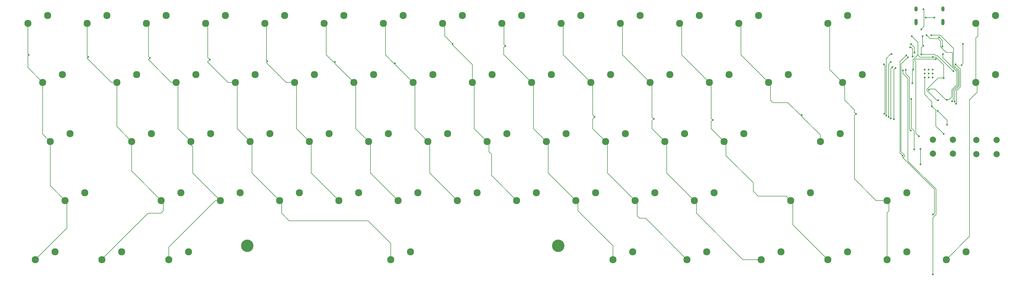
<source format=gbr>
%TF.GenerationSoftware,KiCad,Pcbnew,8.0.2*%
%TF.CreationDate,2024-06-20T11:33:05-07:00*%
%TF.ProjectId,keyboard_pcb,6b657962-6f61-4726-945f-7063622e6b69,1.0*%
%TF.SameCoordinates,Original*%
%TF.FileFunction,Copper,L1,Top*%
%TF.FilePolarity,Positive*%
%FSLAX46Y46*%
G04 Gerber Fmt 4.6, Leading zero omitted, Abs format (unit mm)*
G04 Created by KiCad (PCBNEW 8.0.2) date 2024-06-20 11:33:05*
%MOMM*%
%LPD*%
G01*
G04 APERTURE LIST*
%TA.AperFunction,ComponentPad*%
%ADD10C,2.300000*%
%TD*%
%TA.AperFunction,ComponentPad*%
%ADD11C,4.000000*%
%TD*%
%TA.AperFunction,ComponentPad*%
%ADD12C,2.000000*%
%TD*%
%TA.AperFunction,ComponentPad*%
%ADD13C,0.600000*%
%TD*%
%TA.AperFunction,ComponentPad*%
%ADD14O,1.000000X1.600000*%
%TD*%
%TA.AperFunction,ComponentPad*%
%ADD15O,1.000000X2.100000*%
%TD*%
%TA.AperFunction,ViaPad*%
%ADD16C,0.600000*%
%TD*%
%TA.AperFunction,Conductor*%
%ADD17C,0.200000*%
%TD*%
G04 APERTURE END LIST*
D10*
%TO.P,MX11,1,1*%
%TO.N,COL_11*%
X243893965Y-94357866D03*
%TO.P,MX11,2,2*%
%TO.N,Net-(D11-A)*%
X250243965Y-91817866D03*
%TD*%
%TO.P,MX18,1,1*%
%TO.N,COL_3*%
X101018965Y-113407866D03*
%TO.P,MX18,2,2*%
%TO.N,Net-(D18-A)*%
X107368965Y-110867866D03*
%TD*%
%TO.P,MX8,1,1*%
%TO.N,COL_8*%
X186743965Y-94357866D03*
%TO.P,MX8,2,2*%
%TO.N,Net-(D8-A)*%
X193093965Y-91817866D03*
%TD*%
%TO.P,MX65,1,1*%
%TO.N,COL_14*%
X329618965Y-170557866D03*
%TO.P,MX65,2,2*%
%TO.N,Net-(D65-A)*%
X335968965Y-168017866D03*
%TD*%
%TO.P,MX29,1,1*%
%TO.N,COL_14*%
X315331465Y-113407866D03*
%TO.P,MX29,2,2*%
%TO.N,Net-(D29-A)*%
X321681465Y-110867866D03*
%TD*%
%TO.P,MX14,1,1*%
%TO.N,COL_14*%
X310568965Y-94357866D03*
%TO.P,MX14,2,2*%
%TO.N,Net-(D14-A)*%
X316918965Y-91817866D03*
%TD*%
%TO.P,MX43,1,1*%
%TO.N,COL_13*%
X308187715Y-132457866D03*
%TO.P,MX43,2,2*%
%TO.N,Net-(D43-A)*%
X314537715Y-129917866D03*
%TD*%
%TO.P,MX48,1,1*%
%TO.N,COL_5*%
X153406465Y-151507866D03*
%TO.P,MX48,2,2*%
%TO.N,Net-(D48-A)*%
X159756465Y-148967866D03*
%TD*%
%TO.P,MX15,1,1*%
%TO.N,COL_15*%
X358193965Y-94357866D03*
%TO.P,MX15,2,2*%
%TO.N,Net-(D15-A)*%
X364543965Y-91817866D03*
%TD*%
%TO.P,MX49,1,1*%
%TO.N,COL_6*%
X172456465Y-151507866D03*
%TO.P,MX49,2,2*%
%TO.N,Net-(D49-A)*%
X178806465Y-148967866D03*
%TD*%
%TO.P,MX59,1,1*%
%TO.N,COL_3*%
X98637715Y-170557866D03*
%TO.P,MX59,2,2*%
%TO.N,Net-(D59-A)*%
X104987715Y-168017866D03*
%TD*%
%TO.P,MX3,1,1*%
%TO.N,COL_3*%
X91493965Y-94357866D03*
%TO.P,MX3,2,2*%
%TO.N,Net-(D3-A)*%
X97843965Y-91817866D03*
%TD*%
D11*
%TO.P,S5,*%
%TO.N,*%
X123878965Y-166112866D03*
X223891465Y-166112866D03*
%TD*%
D10*
%TO.P,MX55,1,1*%
%TO.N,COL_12*%
X298662715Y-151507866D03*
%TO.P,MX55,2,2*%
%TO.N,Net-(D55-A)*%
X305012715Y-148967866D03*
%TD*%
%TO.P,MX27,1,1*%
%TO.N,COL_12*%
X272468965Y-113407866D03*
%TO.P,MX27,2,2*%
%TO.N,Net-(D27-A)*%
X278818965Y-110867866D03*
%TD*%
%TO.P,MX50,1,1*%
%TO.N,COL_7*%
X191506465Y-151507866D03*
%TO.P,MX50,2,2*%
%TO.N,Net-(D50-A)*%
X197856465Y-148967866D03*
%TD*%
%TO.P,MX25,1,1*%
%TO.N,COL_10*%
X234368965Y-113407866D03*
%TO.P,MX25,2,2*%
%TO.N,Net-(D25-A)*%
X240718965Y-110867866D03*
%TD*%
%TO.P,MX7,1,1*%
%TO.N,COL_7*%
X167693965Y-94357866D03*
%TO.P,MX7,2,2*%
%TO.N,Net-(D7-A)*%
X174043965Y-91817866D03*
%TD*%
%TO.P,MX61,1,1*%
%TO.N,COL_9*%
X241512715Y-170557866D03*
%TO.P,MX61,2,2*%
%TO.N,Net-(D61-A)*%
X247862715Y-168017866D03*
%TD*%
%TO.P,MX36,1,1*%
%TO.N,COL_6*%
X162931465Y-132457866D03*
%TO.P,MX36,2,2*%
%TO.N,Net-(D36-A)*%
X169281465Y-129917866D03*
%TD*%
%TO.P,MX1,1,1*%
%TO.N,COL_1*%
X53393965Y-94357866D03*
%TO.P,MX1,2,2*%
%TO.N,Net-(D1-A)*%
X59743965Y-91817866D03*
%TD*%
%TO.P,MX35,1,1*%
%TO.N,COL_5*%
X143881465Y-132457866D03*
%TO.P,MX35,2,2*%
%TO.N,Net-(D35-A)*%
X150231465Y-129917866D03*
%TD*%
%TO.P,MX52,1,1*%
%TO.N,COL_9*%
X229606465Y-151507866D03*
%TO.P,MX52,2,2*%
%TO.N,Net-(D52-A)*%
X235956465Y-148967866D03*
%TD*%
%TO.P,MX20,1,1*%
%TO.N,COL_5*%
X139118965Y-113407866D03*
%TO.P,MX20,2,2*%
%TO.N,Net-(D20-A)*%
X145468965Y-110867866D03*
%TD*%
%TO.P,MX31,1,1*%
%TO.N,COL_1*%
X60537715Y-132457866D03*
%TO.P,MX31,2,2*%
%TO.N,Net-(D31-A)*%
X66887715Y-129917866D03*
%TD*%
%TO.P,MX4,1,1*%
%TO.N,COL_4*%
X110543965Y-94357866D03*
%TO.P,MX4,2,2*%
%TO.N,Net-(D4-A)*%
X116893965Y-91817866D03*
%TD*%
%TO.P,MX19,1,1*%
%TO.N,COL_4*%
X120068965Y-113407866D03*
%TO.P,MX19,2,2*%
%TO.N,Net-(D19-A)*%
X126418965Y-110867866D03*
%TD*%
%TO.P,MX34,1,1*%
%TO.N,COL_4*%
X124831465Y-132457866D03*
%TO.P,MX34,2,2*%
%TO.N,Net-(D34-A)*%
X131181465Y-129917866D03*
%TD*%
%TO.P,MX46,1,1*%
%TO.N,COL_3*%
X115306465Y-151507866D03*
%TO.P,MX46,2,2*%
%TO.N,Net-(D46-A)*%
X121656465Y-148967866D03*
%TD*%
%TO.P,MX53,1,1*%
%TO.N,COL_10*%
X248656465Y-151507866D03*
%TO.P,MX53,2,2*%
%TO.N,Net-(D53-A)*%
X255006465Y-148967866D03*
%TD*%
%TO.P,MX16,1,1*%
%TO.N,COL_1*%
X58156465Y-113407866D03*
%TO.P,MX16,2,2*%
%TO.N,Net-(D16-A)*%
X64506465Y-110867866D03*
%TD*%
%TO.P,MX38,1,1*%
%TO.N,COL_8*%
X201031465Y-132457866D03*
%TO.P,MX38,2,2*%
%TO.N,Net-(D38-A)*%
X207381465Y-129917866D03*
%TD*%
%TO.P,MX64,1,1*%
%TO.N,COL_12*%
X310568965Y-170557866D03*
%TO.P,MX64,2,2*%
%TO.N,Net-(D64-A)*%
X316918965Y-168017866D03*
%TD*%
%TO.P,MX41,1,1*%
%TO.N,COL_11*%
X258181465Y-132457866D03*
%TO.P,MX41,2,2*%
%TO.N,Net-(D41-A)*%
X264531465Y-129917866D03*
%TD*%
%TO.P,MX21,1,1*%
%TO.N,COL_6*%
X158168965Y-113407866D03*
%TO.P,MX21,2,2*%
%TO.N,Net-(D21-A)*%
X164518965Y-110867866D03*
%TD*%
%TO.P,MX56,1,1*%
%TO.N,COL_14*%
X329618965Y-151507866D03*
%TO.P,MX56,2,2*%
%TO.N,Net-(D56-A)*%
X335968965Y-148967866D03*
%TD*%
%TO.P,MX23,1,1*%
%TO.N,COL_8*%
X196268965Y-113407866D03*
%TO.P,MX23,2,2*%
%TO.N,Net-(D23-A)*%
X202618965Y-110867866D03*
%TD*%
%TO.P,MX51,1,1*%
%TO.N,COL_8*%
X210556465Y-151507866D03*
%TO.P,MX51,2,2*%
%TO.N,Net-(D51-A)*%
X216906465Y-148967866D03*
%TD*%
%TO.P,MX58,1,1*%
%TO.N,COL_2*%
X77206465Y-170557866D03*
%TO.P,MX58,2,2*%
%TO.N,Net-(D58-A)*%
X83556465Y-168017866D03*
%TD*%
%TO.P,MX40,1,1*%
%TO.N,COL_10*%
X239131465Y-132457866D03*
%TO.P,MX40,2,2*%
%TO.N,Net-(D40-A)*%
X245481465Y-129917866D03*
%TD*%
%TO.P,MX32,1,1*%
%TO.N,COL_2*%
X86731465Y-132457866D03*
%TO.P,MX32,2,2*%
%TO.N,Net-(D32-A)*%
X93081465Y-129917866D03*
%TD*%
%TO.P,MX5,1,1*%
%TO.N,COL_5*%
X129593965Y-94357866D03*
%TO.P,MX5,2,2*%
%TO.N,Net-(D5-A)*%
X135943965Y-91817866D03*
%TD*%
%TO.P,MX10,1,1*%
%TO.N,COL_10*%
X224843965Y-94357866D03*
%TO.P,MX10,2,2*%
%TO.N,Net-(D10-A)*%
X231193965Y-91817866D03*
%TD*%
%TO.P,MX66,1,1*%
%TO.N,COL_15*%
X348668965Y-170557866D03*
%TO.P,MX66,2,2*%
%TO.N,Net-(D66-A)*%
X355018965Y-168017866D03*
%TD*%
%TO.P,MX33,1,1*%
%TO.N,COL_3*%
X105781465Y-132457866D03*
%TO.P,MX33,2,2*%
%TO.N,Net-(D33-A)*%
X112131465Y-129917866D03*
%TD*%
%TO.P,MX44,1,1*%
%TO.N,COL_1*%
X65300215Y-151507866D03*
%TO.P,MX44,2,2*%
%TO.N,Net-(D44-A)*%
X71650215Y-148967866D03*
%TD*%
%TO.P,MX30,1,1*%
%TO.N,COL_15*%
X358193965Y-113407866D03*
%TO.P,MX30,2,2*%
%TO.N,Net-(D30-A)*%
X364543965Y-110867866D03*
%TD*%
%TO.P,MX12,1,1*%
%TO.N,COL_12*%
X262943965Y-94357866D03*
%TO.P,MX12,2,2*%
%TO.N,Net-(D12-A)*%
X269293965Y-91817866D03*
%TD*%
%TO.P,MX63,1,1*%
%TO.N,COL_11*%
X289137715Y-170557866D03*
%TO.P,MX63,2,2*%
%TO.N,Net-(D63-A)*%
X295487715Y-168017866D03*
%TD*%
%TO.P,MX6,1,1*%
%TO.N,COL_6*%
X148643965Y-94357866D03*
%TO.P,MX6,2,2*%
%TO.N,Net-(D6-A)*%
X154993965Y-91817866D03*
%TD*%
%TO.P,MX17,1,1*%
%TO.N,COL_2*%
X81968965Y-113407866D03*
%TO.P,MX17,2,2*%
%TO.N,Net-(D17-A)*%
X88318965Y-110867866D03*
%TD*%
%TO.P,MX54,1,1*%
%TO.N,COL_11*%
X267706465Y-151507866D03*
%TO.P,MX54,2,2*%
%TO.N,Net-(D54-A)*%
X274056465Y-148967866D03*
%TD*%
%TO.P,MX26,1,1*%
%TO.N,COL_11*%
X253418965Y-113407866D03*
%TO.P,MX26,2,2*%
%TO.N,Net-(D26-A)*%
X259768965Y-110867866D03*
%TD*%
%TO.P,MX22,1,1*%
%TO.N,COL_7*%
X177218965Y-113407866D03*
%TO.P,MX22,2,2*%
%TO.N,Net-(D22-A)*%
X183568965Y-110867866D03*
%TD*%
%TO.P,MX47,1,1*%
%TO.N,COL_4*%
X134356465Y-151507866D03*
%TO.P,MX47,2,2*%
%TO.N,Net-(D47-A)*%
X140706465Y-148967866D03*
%TD*%
%TO.P,MX13,1,1*%
%TO.N,COL_13*%
X281993965Y-94357866D03*
%TO.P,MX13,2,2*%
%TO.N,Net-(D13-A)*%
X288343965Y-91817866D03*
%TD*%
%TO.P,MX62,1,1*%
%TO.N,COL_10*%
X265325215Y-170557866D03*
%TO.P,MX62,2,2*%
%TO.N,Net-(D62-A)*%
X271675215Y-168017866D03*
%TD*%
%TO.P,MX60,1,1*%
%TO.N,COL_4*%
X170075215Y-170557866D03*
%TO.P,MX60,2,2*%
%TO.N,Net-(D60-A)*%
X176425215Y-168017866D03*
%TD*%
%TO.P,MX28,1,1*%
%TO.N,COL_13*%
X291518965Y-113407866D03*
%TO.P,MX28,2,2*%
%TO.N,Net-(D28-A)*%
X297868965Y-110867866D03*
%TD*%
%TO.P,MX45,1,1*%
%TO.N,COL_2*%
X96256465Y-151507866D03*
%TO.P,MX45,2,2*%
%TO.N,Net-(D45-A)*%
X102606465Y-148967866D03*
%TD*%
%TO.P,MX2,1,1*%
%TO.N,COL_2*%
X72443965Y-94357866D03*
%TO.P,MX2,2,2*%
%TO.N,Net-(D2-A)*%
X78793965Y-91817866D03*
%TD*%
%TO.P,MX24,1,1*%
%TO.N,COL_9*%
X215318965Y-113407866D03*
%TO.P,MX24,2,2*%
%TO.N,Net-(D24-A)*%
X221668965Y-110867866D03*
%TD*%
%TO.P,MX9,1,1*%
%TO.N,COL_9*%
X205793965Y-94357866D03*
%TO.P,MX9,2,2*%
%TO.N,Net-(D9-A)*%
X212143965Y-91817866D03*
%TD*%
%TO.P,MX57,1,1*%
%TO.N,COL_1*%
X55775215Y-170557866D03*
%TO.P,MX57,2,2*%
%TO.N,Net-(D57-A)*%
X62125215Y-168017866D03*
%TD*%
%TO.P,MX42,1,1*%
%TO.N,COL_12*%
X277231465Y-132457866D03*
%TO.P,MX42,2,2*%
%TO.N,Net-(D42-A)*%
X283581465Y-129917866D03*
%TD*%
%TO.P,MX37,1,1*%
%TO.N,COL_7*%
X181981465Y-132457866D03*
%TO.P,MX37,2,2*%
%TO.N,Net-(D37-A)*%
X188331465Y-129917866D03*
%TD*%
%TO.P,MX39,1,1*%
%TO.N,COL_9*%
X220081465Y-132457866D03*
%TO.P,MX39,2,2*%
%TO.N,Net-(D39-A)*%
X226431465Y-129917866D03*
%TD*%
D12*
%TO.P,SW1,1,1*%
%TO.N,GND*%
X350837500Y-131893750D03*
X344337500Y-131893750D03*
%TO.P,SW1,2,2*%
%TO.N,Net-(R4-Pad1)*%
X350837500Y-136393750D03*
X344337500Y-136393750D03*
%TD*%
D13*
%TO.P,U3,57,GND*%
%TO.N,GND*%
X341753965Y-109285366D03*
X341753965Y-110560366D03*
X341753965Y-111835366D03*
X343028965Y-109285366D03*
X343028965Y-110560366D03*
X343028965Y-111835366D03*
X344303965Y-109285366D03*
X344303965Y-110560366D03*
X344303965Y-111835366D03*
%TD*%
D12*
%TO.P,SW2,1,1*%
%TO.N,GND*%
X364866465Y-132010366D03*
X358366465Y-132010366D03*
%TO.P,SW2,2,2*%
%TO.N,Net-(U3-RUN)*%
X364866465Y-136510366D03*
X358366465Y-136510366D03*
%TD*%
D14*
%TO.P,J1,S1,SHIELD*%
%TO.N,GND*%
X338985215Y-89754116D03*
D15*
X338985215Y-93934116D03*
D14*
X347625215Y-89754116D03*
D15*
X347625215Y-93934116D03*
%TD*%
D16*
%TO.N,GND*%
X341366465Y-89810366D03*
X340616465Y-96310366D03*
X341366465Y-101560366D03*
X351000000Y-109750000D03*
X347866465Y-130060366D03*
X344066465Y-121160366D03*
X347414127Y-101794019D03*
X346384029Y-98910366D03*
X340666465Y-104410366D03*
X341116465Y-98560366D03*
%TO.N,Net-(U1-VI)*%
X342116465Y-92560366D03*
X344866465Y-92560366D03*
%TO.N,Net-(U3-VREG_VOUT)*%
X348866465Y-119060366D03*
X347575260Y-104251571D03*
X343116465Y-115810366D03*
%TO.N,ROW_1*%
X353616465Y-107810366D03*
X354066465Y-100960366D03*
%TO.N,COL_1*%
X53616465Y-104560366D03*
%TO.N,COL_2*%
X72741465Y-105185366D03*
%TO.N,COL_3*%
X92616465Y-105560366D03*
%TO.N,COL_4*%
X111866465Y-106060366D03*
%TO.N,COL_5*%
X130366465Y-106560366D03*
%TO.N,COL_6*%
X152116465Y-106810366D03*
%TO.N,COL_7*%
X171366465Y-107210366D03*
%TO.N,COL_8*%
X189910215Y-101016616D03*
X337366465Y-101110366D03*
X338466465Y-103810366D03*
%TO.N,COL_9*%
X337116465Y-102060366D03*
X206866465Y-101660366D03*
X337866465Y-105060366D03*
%TO.N,COL_10*%
X330866465Y-106810366D03*
X235616465Y-124560366D03*
X330116465Y-124560366D03*
%TO.N,COL_11*%
X330866465Y-125060366D03*
X331366465Y-108560366D03*
X254616465Y-125160366D03*
%TO.N,COL_12*%
X332366465Y-108810366D03*
X273616465Y-125560366D03*
X331866465Y-125310366D03*
%TO.N,COL_13*%
X329366465Y-124061286D03*
X302235215Y-123960366D03*
X331116465Y-104310366D03*
%TO.N,COL_14*%
X328616465Y-107560366D03*
X328766465Y-123495079D03*
X319616465Y-123560366D03*
%TO.N,COL_15*%
X337266465Y-128960366D03*
X335666465Y-109360366D03*
%TO.N,Net-(U3-USB_DP)*%
X343866465Y-98210366D03*
X351366465Y-119635669D03*
%TO.N,Net-(U2-~{CS})*%
X337466465Y-118760366D03*
X338341465Y-135060366D03*
%TO.N,Net-(U3-USB_DM)*%
X350566465Y-119560366D03*
X342374525Y-98202306D03*
%TO.N,Net-(U3-RUN)*%
X339866465Y-130760366D03*
X340366465Y-139810366D03*
X345281229Y-105908830D03*
X340366465Y-134810366D03*
%TO.N,ROW_5*%
X334766465Y-109560366D03*
X344366465Y-175310366D03*
%TO.N,ROW_3*%
X335800778Y-104744679D03*
X334616465Y-137060366D03*
%TO.N,ROW_4*%
X336366465Y-105310366D03*
X344366465Y-156060366D03*
%TO.N,3v3*%
X337766465Y-113660366D03*
X345866465Y-122560366D03*
X348916465Y-127060366D03*
X344415444Y-105236839D03*
X338022084Y-109304747D03*
X337616465Y-98560366D03*
X347866465Y-111960366D03*
X346050971Y-119152862D03*
%TO.N,ROW_2*%
X351866465Y-120260366D03*
X351616465Y-107560366D03*
%TD*%
D17*
%TO.N,3v3*%
X347866465Y-107760366D02*
X347866465Y-111960366D01*
X344487500Y-105308895D02*
X345414994Y-105308895D01*
X344415444Y-105236839D02*
X344487500Y-105308895D01*
X344341917Y-105310366D02*
X340267936Y-105310366D01*
X344415444Y-105236839D02*
X344341917Y-105310366D01*
X345414994Y-105308895D02*
X347866465Y-107760366D01*
X340267936Y-105310366D02*
X339516465Y-104558895D01*
%TO.N,Net-(U3-RUN)*%
X338866465Y-129760366D02*
X339866465Y-130760366D01*
X338566465Y-106160366D02*
X338566465Y-106460366D01*
X338566465Y-106460366D02*
X338866465Y-106760366D01*
X345279693Y-105910366D02*
X338816465Y-105910366D01*
X345281229Y-105908830D02*
X345279693Y-105910366D01*
X338816465Y-105910366D02*
X338566465Y-106160366D01*
X338866465Y-106760366D02*
X338866465Y-129760366D01*
%TO.N,GND*%
X340616465Y-96310366D02*
X341516465Y-95410366D01*
X340666465Y-104410366D02*
X340666465Y-102260366D01*
X341116465Y-101310366D02*
X341116465Y-98560366D01*
X344066465Y-121160366D02*
X345266465Y-122360366D01*
X344867936Y-104410366D02*
X340666465Y-104410366D01*
X344066465Y-119660366D02*
X341753965Y-117347866D01*
X345266465Y-122360366D02*
X345266465Y-127460366D01*
X340666465Y-102260366D02*
X341366465Y-101560366D01*
X345266465Y-127460366D02*
X347866465Y-130060366D01*
X347414127Y-101794019D02*
X347414127Y-99940464D01*
X350856099Y-109750000D02*
X345866465Y-104760366D01*
X341516465Y-95410366D02*
X341516465Y-89960366D01*
X341516465Y-89960366D02*
X341366465Y-89810366D01*
X345866465Y-104760366D02*
X345217936Y-104760366D01*
X351000000Y-109750000D02*
X350856099Y-109750000D01*
X345217936Y-104760366D02*
X344867936Y-104410366D01*
X347414127Y-99940464D02*
X346384029Y-98910366D01*
X344066465Y-121160366D02*
X344066465Y-119660366D01*
X341753965Y-117347866D02*
X341753965Y-111835366D01*
X341366465Y-101560366D02*
X341116465Y-101310366D01*
%TO.N,Net-(U1-VI)*%
X342116465Y-92560366D02*
X344866465Y-92560366D01*
%TO.N,Net-(U3-VREG_VOUT)*%
X352066465Y-109990267D02*
X352066465Y-114228994D01*
X348566465Y-119060366D02*
X345066465Y-115560366D01*
X350500779Y-118126052D02*
X349566465Y-119060366D01*
X345066465Y-115560366D02*
X343366465Y-115560366D01*
X347575260Y-105499062D02*
X352066465Y-109990267D01*
X350500779Y-115794680D02*
X350500779Y-118126052D01*
X352066465Y-114228994D02*
X350500779Y-115794680D01*
X347575260Y-104251571D02*
X347575260Y-105499062D01*
X349566465Y-119060366D02*
X348866465Y-119060366D01*
X348866465Y-119060366D02*
X348566465Y-119060366D01*
X343366465Y-115560366D02*
X343116465Y-115810366D01*
%TO.N,ROW_1*%
X354066465Y-100960366D02*
X354066465Y-107360366D01*
X354066465Y-107360366D02*
X353616465Y-107810366D01*
%TO.N,COL_1*%
X58156465Y-130076616D02*
X60537715Y-132457866D01*
X53616465Y-104560366D02*
X53393965Y-104782866D01*
X58156465Y-113407866D02*
X58156465Y-130076616D01*
X53393965Y-104782866D02*
X53393965Y-108645366D01*
X53393965Y-94357866D02*
X53393965Y-104337866D01*
X65300215Y-151507866D02*
X65935215Y-152142866D01*
X65935215Y-160397866D02*
X55775215Y-170557866D01*
X60537715Y-132457866D02*
X60537715Y-146745366D01*
X53393965Y-108645366D02*
X58156465Y-113407866D01*
X60537715Y-146745366D02*
X65300215Y-151507866D01*
X65935215Y-152142866D02*
X65935215Y-160397866D01*
X53393965Y-104337866D02*
X53616465Y-104560366D01*
%TO.N,COL_2*%
X96891465Y-154841616D02*
X96097715Y-155635366D01*
X81968965Y-127695366D02*
X86731465Y-132457866D01*
X77206465Y-170441616D02*
X77206465Y-170557866D01*
X86731465Y-132457866D02*
X86731465Y-141982866D01*
X96097715Y-155635366D02*
X92012715Y-155635366D01*
X72366465Y-105560366D02*
X80213965Y-113407866D01*
X72443965Y-104887866D02*
X72443965Y-94357866D01*
X86731465Y-141982866D02*
X96256465Y-151507866D01*
X92012715Y-155635366D02*
X77206465Y-170441616D01*
X72741465Y-105185366D02*
X72443965Y-104887866D01*
X72741465Y-105185366D02*
X72366465Y-105560366D01*
X80213965Y-113407866D02*
X81968965Y-113407866D01*
X81968965Y-113407866D02*
X81968965Y-127695366D01*
X96891465Y-152142866D02*
X96891465Y-154841616D01*
X96256465Y-151507866D02*
X96891465Y-152142866D01*
%TO.N,COL_3*%
X105781465Y-132457866D02*
X105781465Y-133569116D01*
X106416465Y-142617866D02*
X115306465Y-151507866D01*
X92116465Y-106060366D02*
X99463965Y-113407866D01*
X92616465Y-105560366D02*
X92116465Y-106060366D01*
X101018965Y-113407866D02*
X101018965Y-113725366D01*
X92128965Y-104517866D02*
X92128965Y-105072866D01*
X105781465Y-133569116D02*
X106416465Y-134204116D01*
X98637715Y-166550271D02*
X98637715Y-170557866D01*
X113680120Y-151507866D02*
X98637715Y-166550271D01*
X101653965Y-128330366D02*
X105781465Y-132457866D01*
X101653965Y-114360366D02*
X101653965Y-128330366D01*
X92128965Y-105072866D02*
X92616465Y-105560366D01*
X106416465Y-134204116D02*
X106416465Y-142617866D01*
X99463965Y-113407866D02*
X101018965Y-113407866D01*
X91493965Y-94357866D02*
X92128965Y-94992866D01*
X101018965Y-113725366D02*
X101653965Y-114360366D01*
X92128965Y-94992866D02*
X92128965Y-104517866D01*
X115306465Y-151507866D02*
X113680120Y-151507866D01*
%TO.N,COL_4*%
X120068965Y-113725366D02*
X120703965Y-114360366D01*
X170075215Y-165319116D02*
X170075215Y-170557866D01*
X111866465Y-106060366D02*
X111116465Y-106810366D01*
X137372715Y-158016616D02*
X162772715Y-158016616D01*
X117713965Y-113407866D02*
X120068965Y-113407866D01*
X120068965Y-113407866D02*
X120068965Y-113725366D01*
X110543965Y-94357866D02*
X111178965Y-94992866D01*
X125466465Y-133092866D02*
X125466465Y-142617866D01*
X125466465Y-142617866D02*
X134356465Y-151507866D01*
X120703965Y-128330366D02*
X124831465Y-132457866D01*
X111178965Y-105372866D02*
X111866465Y-106060366D01*
X120703965Y-114360366D02*
X120703965Y-128330366D01*
X111178965Y-94992866D02*
X111178965Y-105372866D01*
X124831465Y-132457866D02*
X125466465Y-133092866D01*
X162772715Y-158016616D02*
X170075215Y-165319116D01*
X134991465Y-152142866D02*
X134991465Y-155635366D01*
X111116465Y-106810366D02*
X117713965Y-113407866D01*
X134991465Y-155635366D02*
X137372715Y-158016616D01*
X134356465Y-151507866D02*
X134991465Y-152142866D01*
%TO.N,COL_5*%
X143881465Y-132775366D02*
X144516465Y-133410366D01*
X130116465Y-106810366D02*
X130116465Y-107060366D01*
X130366465Y-106560366D02*
X130116465Y-106810366D01*
X130116465Y-106310366D02*
X130366465Y-106560366D01*
X130116465Y-107060366D02*
X136463965Y-113407866D01*
X143881465Y-132457866D02*
X143881465Y-132775366D01*
X136463965Y-113407866D02*
X139118965Y-113407866D01*
X139753965Y-114360366D02*
X139753965Y-128330366D01*
X139118965Y-113725366D02*
X139753965Y-114360366D01*
X129593965Y-94357866D02*
X130228965Y-94992866D01*
X129593965Y-94357866D02*
X130116465Y-94880366D01*
X144516465Y-133410366D02*
X144516465Y-142617866D01*
X139753965Y-128330366D02*
X143881465Y-132457866D01*
X130116465Y-94880366D02*
X130116465Y-106310366D01*
X144516465Y-142617866D02*
X153406465Y-151507866D01*
X139118965Y-113407866D02*
X139118965Y-113725366D01*
%TO.N,COL_6*%
X163566465Y-142617866D02*
X172456465Y-151507866D01*
X149278965Y-94992866D02*
X148643965Y-94357866D01*
X158803965Y-128330366D02*
X162931465Y-132457866D01*
X158168965Y-113407866D02*
X158803965Y-114042866D01*
X162931465Y-132457866D02*
X163566465Y-133092866D01*
X163566465Y-133092866D02*
X163566465Y-142617866D01*
X151571465Y-106810366D02*
X149278965Y-104517866D01*
X158803965Y-114042866D02*
X158803965Y-128330366D01*
X152116465Y-107355366D02*
X158168965Y-113407866D01*
X152116465Y-106810366D02*
X152116465Y-107355366D01*
X152116465Y-106810366D02*
X151571465Y-106810366D01*
X149278965Y-104517866D02*
X149278965Y-94992866D01*
%TO.N,COL_7*%
X182616465Y-133092866D02*
X182616465Y-142617866D01*
X177853965Y-128330366D02*
X181981465Y-132457866D01*
X181981465Y-132457866D02*
X182616465Y-133092866D01*
X182616465Y-142617866D02*
X191506465Y-151507866D01*
X171366465Y-107555366D02*
X177218965Y-113407866D01*
X177853965Y-114042866D02*
X177853965Y-128330366D01*
X171366465Y-107210366D02*
X171366465Y-107555366D01*
X177218965Y-113407866D02*
X177853965Y-114042866D01*
X171366465Y-107210366D02*
X171021465Y-107210366D01*
X168328965Y-94992866D02*
X167693965Y-94357866D01*
X168328965Y-104517866D02*
X168328965Y-94992866D01*
X171021465Y-107210366D02*
X168328965Y-104517866D01*
%TO.N,COL_8*%
X196903965Y-128330366D02*
X201031465Y-132457866D01*
X189910215Y-101016616D02*
X189910215Y-101354116D01*
X201666465Y-133092866D02*
X201666465Y-135791616D01*
X189910215Y-101354116D02*
X196268965Y-107712866D01*
X196903965Y-114042866D02*
X196903965Y-128330366D01*
X201666465Y-135791616D02*
X202460215Y-136585366D01*
X338466465Y-103810366D02*
X338466465Y-102210366D01*
X196268965Y-113407866D02*
X196903965Y-114042866D01*
X189910215Y-101016616D02*
X187378965Y-98485366D01*
X196268965Y-107712866D02*
X196268965Y-113407866D01*
X202460215Y-143411616D02*
X210556465Y-151507866D01*
X202460215Y-136585366D02*
X202460215Y-143411616D01*
X187378965Y-98485366D02*
X187378965Y-94992866D01*
X201031465Y-132457866D02*
X201666465Y-133092866D01*
X187378965Y-94992866D02*
X186743965Y-94357866D01*
X338466465Y-102210366D02*
X337366465Y-101110366D01*
%TO.N,COL_9*%
X337866465Y-102560366D02*
X337366465Y-102060366D01*
X220716465Y-142617866D02*
X229606465Y-151507866D01*
X220081465Y-132457866D02*
X220716465Y-133092866D01*
X215953965Y-114042866D02*
X215953965Y-128330366D01*
X215318965Y-113407866D02*
X215953965Y-114042866D01*
X229606465Y-151507866D02*
X230241465Y-152142866D01*
X206866465Y-101660366D02*
X206428965Y-101222866D01*
X215953965Y-128330366D02*
X220081465Y-132457866D01*
X241512715Y-166112866D02*
X241512715Y-170557866D01*
X206428965Y-94992866D02*
X205793965Y-94357866D01*
X230241465Y-152142866D02*
X230241465Y-154841616D01*
X206866465Y-101660366D02*
X206366465Y-102160366D01*
X206366465Y-104455366D02*
X215318965Y-113407866D01*
X337866465Y-105060366D02*
X337866465Y-102560366D01*
X230241465Y-154841616D02*
X241512715Y-166112866D01*
X206428965Y-101222866D02*
X206428965Y-94992866D01*
X206366465Y-102160366D02*
X206366465Y-104455366D01*
X337366465Y-102060366D02*
X337116465Y-102060366D01*
X220716465Y-133092866D02*
X220716465Y-142617866D01*
%TO.N,COL_10*%
X235616465Y-124560366D02*
X235003965Y-123947866D01*
X248656465Y-151507866D02*
X249291465Y-152142866D01*
X235003965Y-125172866D02*
X235003965Y-128330366D01*
X239766465Y-133092866D02*
X239766465Y-142617866D01*
X235003965Y-123947866D02*
X235003965Y-114042866D01*
X225478965Y-94992866D02*
X225478965Y-104517866D01*
X239131465Y-132457866D02*
X239766465Y-133092866D01*
X249291465Y-152142866D02*
X249291465Y-156429116D01*
X235003965Y-114042866D02*
X234368965Y-113407866D01*
X235003965Y-128330366D02*
X239131465Y-132457866D01*
X250085215Y-157222866D02*
X251990215Y-157222866D01*
X225478965Y-104517866D02*
X234368965Y-113407866D01*
X251990215Y-157222866D02*
X265325215Y-170557866D01*
X239766465Y-142617866D02*
X248656465Y-151507866D01*
X330116465Y-107560366D02*
X330866465Y-106810366D01*
X235616465Y-124560366D02*
X235003965Y-125172866D01*
X224843965Y-94357866D02*
X225478965Y-94992866D01*
X330116465Y-124560366D02*
X330116465Y-107560366D01*
X249291465Y-156429116D02*
X250085215Y-157222866D01*
%TO.N,COL_11*%
X267706465Y-151507866D02*
X268341465Y-152142866D01*
X244528965Y-104517866D02*
X253418965Y-113407866D01*
X254053965Y-114042866D02*
X253418965Y-113407866D01*
X258816465Y-133092866D02*
X258816465Y-142617866D01*
X254616465Y-125160366D02*
X254053965Y-125722866D01*
X268341465Y-152142866D02*
X268341465Y-155635366D01*
X330866465Y-109060366D02*
X331366465Y-108560366D01*
X254616465Y-125160366D02*
X254053965Y-124597866D01*
X283263965Y-170557866D02*
X289137715Y-170557866D01*
X243893965Y-94357866D02*
X244528965Y-94992866D01*
X254053965Y-124597866D02*
X254053965Y-114042866D01*
X330866465Y-125060366D02*
X330866465Y-109060366D01*
X244528965Y-94992866D02*
X244528965Y-104517866D01*
X258181465Y-132457866D02*
X258816465Y-133092866D01*
X258816465Y-142617866D02*
X267706465Y-151507866D01*
X268341465Y-155635366D02*
X283263965Y-170557866D01*
X254053965Y-125722866D02*
X254053965Y-128330366D01*
X254053965Y-128330366D02*
X258181465Y-132457866D01*
%TO.N,COL_12*%
X298662715Y-151507866D02*
X299297715Y-152142866D01*
X299297715Y-159286616D02*
X310568965Y-170557866D01*
X288185215Y-150079116D02*
X297233965Y-150079116D01*
X262943965Y-94357866D02*
X263578965Y-94992866D01*
X273103965Y-125047866D02*
X273103965Y-114042866D01*
X273616465Y-125560366D02*
X273103965Y-126072866D01*
X331866465Y-109310366D02*
X332366465Y-108810366D01*
X331866465Y-125310366D02*
X331866465Y-109310366D01*
X299297715Y-152142866D02*
X299297715Y-159286616D01*
X273103965Y-114042866D02*
X272468965Y-113407866D01*
X263578965Y-94992866D02*
X263578965Y-104517866D01*
X263578965Y-104517866D02*
X272468965Y-113407866D01*
X286597715Y-145744352D02*
X286597715Y-148491616D01*
X273616465Y-125560366D02*
X273103965Y-125047866D01*
X273103965Y-126072866D02*
X273103965Y-128330366D01*
X277866465Y-133092866D02*
X277866465Y-137013102D01*
X277231465Y-132457866D02*
X277866465Y-133092866D01*
X286597715Y-148491616D02*
X288185215Y-150079116D01*
X273103965Y-128330366D02*
X277231465Y-132457866D01*
X277866465Y-137013102D02*
X286597715Y-145744352D01*
X297233965Y-150079116D02*
X298662715Y-151507866D01*
%TO.N,COL_13*%
X302235215Y-123960366D02*
X301753965Y-123960366D01*
X281993965Y-94357866D02*
X281993965Y-94675366D01*
X302235215Y-124441616D02*
X308187715Y-130394116D01*
X329366465Y-105711837D02*
X330767936Y-104310366D01*
X282628965Y-104517866D02*
X291518965Y-113407866D01*
X308187715Y-130394116D02*
X308187715Y-132457866D01*
X292153965Y-119122866D02*
X292153965Y-114042866D01*
X297710215Y-119916616D02*
X292947715Y-119916616D01*
X329366465Y-124061286D02*
X329366465Y-105711837D01*
X282628965Y-95310366D02*
X282628965Y-104517866D01*
X281993965Y-94675366D02*
X282628965Y-95310366D01*
X330767936Y-104310366D02*
X331116465Y-104310366D01*
X292153965Y-114042866D02*
X291518965Y-113407866D01*
X301753965Y-123960366D02*
X297710215Y-119916616D01*
X292947715Y-119916616D02*
X292153965Y-119122866D01*
X302235215Y-123960366D02*
X302235215Y-124441616D01*
%TO.N,COL_14*%
X319616465Y-123560366D02*
X319141465Y-123085366D01*
X310568965Y-94357866D02*
X311203965Y-94992866D01*
X315966465Y-115154116D02*
X315966465Y-114042866D01*
X326126465Y-151507866D02*
X329618965Y-151507866D01*
X319141465Y-123085366D02*
X319141465Y-122297866D01*
X330253965Y-152142866D02*
X330253965Y-154841616D01*
X319141465Y-124035366D02*
X319141465Y-144522866D01*
X330253965Y-154841616D02*
X329618965Y-155476616D01*
X328616465Y-107560366D02*
X328966465Y-107910366D01*
X319141465Y-122297866D02*
X315987715Y-119144116D01*
X319141465Y-144522866D02*
X326126465Y-151507866D01*
X311203965Y-109280366D02*
X315331465Y-113407866D01*
X311203965Y-94992866D02*
X311203965Y-109280366D01*
X329618965Y-155476616D02*
X329618965Y-170557866D01*
X329618965Y-151507866D02*
X330253965Y-152142866D01*
X319616465Y-123560366D02*
X319141465Y-124035366D01*
X328966465Y-123295079D02*
X328766465Y-123495079D01*
X315966465Y-114042866D02*
X315331465Y-113407866D01*
X315987715Y-119144116D02*
X315987715Y-115175366D01*
X328966465Y-107910366D02*
X328966465Y-123295079D01*
X315987715Y-115175366D02*
X315966465Y-115154116D01*
%TO.N,COL_15*%
X358828965Y-98485366D02*
X358193965Y-99120366D01*
X358193965Y-113407866D02*
X358616465Y-113830366D01*
X356166465Y-163060366D02*
X348668965Y-170557866D01*
X358616465Y-116560366D02*
X356166465Y-119010366D01*
X336866465Y-111860366D02*
X335666465Y-110660366D01*
X337266465Y-128960366D02*
X336866465Y-128560366D01*
X358616465Y-113830366D02*
X358616465Y-116560366D01*
X358828965Y-94992866D02*
X358828965Y-98485366D01*
X356166465Y-119010366D02*
X356166465Y-163060366D01*
X335666465Y-110660366D02*
X335666465Y-109360366D01*
X358193965Y-99120366D02*
X358193965Y-113407866D01*
X358193965Y-94357866D02*
X358828965Y-94992866D01*
X336866465Y-128560366D02*
X336866465Y-111860366D01*
%TO.N,Net-(U3-USB_DP)*%
X352866465Y-114560366D02*
X351366465Y-116060366D01*
X351366465Y-116060366D02*
X351366465Y-119635669D01*
X351016465Y-107808895D02*
X352866465Y-109658895D01*
X352866465Y-109658895D02*
X352866465Y-114560366D01*
X343866465Y-98210366D02*
X346766465Y-98210366D01*
X351016465Y-102460366D02*
X351016465Y-107808895D01*
X346766465Y-98210366D02*
X351016465Y-102460366D01*
%TO.N,Net-(U2-~{CS})*%
X338341465Y-129035366D02*
X338341465Y-135060366D01*
X337466465Y-128160366D02*
X337466465Y-118760366D01*
X337466465Y-128160366D02*
X338341465Y-129035366D01*
%TO.N,Net-(U3-USB_DM)*%
X352466465Y-109824581D02*
X350616465Y-107974581D01*
X343482585Y-99310366D02*
X342374525Y-98202306D01*
X350566465Y-119560366D02*
X350900779Y-119226052D01*
X350616465Y-107974581D02*
X350616465Y-103760215D01*
X352466465Y-114394680D02*
X352466465Y-109824581D01*
X350616465Y-103760215D02*
X348673216Y-103760215D01*
X346076922Y-99310366D02*
X343482585Y-99310366D01*
X348673216Y-103760215D02*
X346868750Y-101955749D01*
X346868750Y-100102194D02*
X346076922Y-99310366D01*
X350900779Y-119226052D02*
X350900779Y-115960366D01*
X346868750Y-101955749D02*
X346868750Y-100102194D01*
X350900779Y-115960366D02*
X352466465Y-114394680D01*
%TO.N,Net-(U3-RUN)*%
X340366465Y-134810366D02*
X340366465Y-139810366D01*
%TO.N,ROW_5*%
X334766465Y-110560366D02*
X334766465Y-109560366D01*
X336366465Y-112160366D02*
X334766465Y-110560366D01*
X345366465Y-156060366D02*
X345366465Y-147810366D01*
X344366465Y-175310366D02*
X344366465Y-157060366D01*
X345366465Y-147810366D02*
X336366465Y-138810366D01*
X344366465Y-157060366D02*
X345366465Y-156060366D01*
X336366465Y-138810366D02*
X336366465Y-112160366D01*
%TO.N,ROW_3*%
X334616465Y-137060366D02*
X333766465Y-136210366D01*
X333766465Y-106778992D02*
X335800778Y-104744679D01*
X333766465Y-136210366D02*
X333766465Y-106778992D01*
%TO.N,ROW_4*%
X334864994Y-137660366D02*
X335216465Y-137308895D01*
X344366465Y-156060366D02*
X344866465Y-155560366D01*
X344866465Y-147908895D02*
X334617936Y-137660366D01*
X334617936Y-137660366D02*
X334864994Y-137660366D01*
X344866465Y-155560366D02*
X344866465Y-147908895D01*
X335216465Y-136811837D02*
X334166465Y-135761837D01*
X335216465Y-137308895D02*
X335216465Y-136811837D01*
X334166465Y-107510366D02*
X336366465Y-105310366D01*
X334166465Y-135761837D02*
X334166465Y-107510366D01*
%TO.N,3v3*%
X342428965Y-115971395D02*
X345610432Y-119152862D01*
X347866465Y-111960366D02*
X346066465Y-111960366D01*
X345866465Y-122560366D02*
X348916465Y-125610366D01*
X348916465Y-125610366D02*
X348916465Y-127060366D01*
X339516465Y-104558895D02*
X339516465Y-100460366D01*
X346066465Y-111960366D02*
X342428965Y-115597866D01*
X338022084Y-109304747D02*
X338022084Y-106053276D01*
X342428965Y-115597866D02*
X342428965Y-115971395D01*
X338022084Y-109304747D02*
X337766465Y-109560366D01*
X337766465Y-109560366D02*
X337766465Y-113660366D01*
X345610432Y-119152862D02*
X346050971Y-119152862D01*
X339516465Y-100460366D02*
X337616465Y-98560366D01*
X338022084Y-106053276D02*
X339516465Y-104558895D01*
%TO.N,ROW_2*%
X351866465Y-120260366D02*
X351966465Y-120160366D01*
X353266465Y-109210366D02*
X351616465Y-107560366D01*
X353266465Y-114760366D02*
X353266465Y-109210366D01*
X351966465Y-116060366D02*
X353266465Y-114760366D01*
X351966465Y-120160366D02*
X351966465Y-116060366D01*
%TD*%
M02*

</source>
